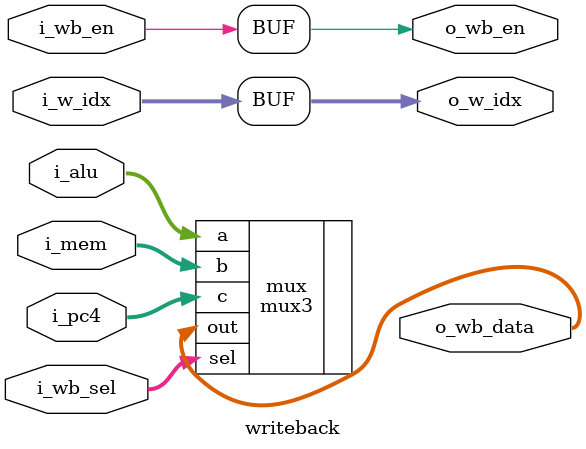
<source format=v>
module writeback (
    input [31:0] i_mem,
    input [31:0] i_alu,
    input [31:0] i_pc4,
    input [4:0] i_w_idx,
    input [1:0] i_wb_sel,
    input i_wb_en,

    output [31:0] o_wb_data,
    output [4:0] o_w_idx,
    output o_wb_en
);

  assign o_wb_en = i_wb_en;
  assign o_w_idx = i_w_idx;

  mux3 mux (
      .sel(i_wb_sel),
      .a  (i_alu),
      .b  (i_mem),
      .c  (i_pc4),
      .out(o_wb_data)
  );

endmodule

</source>
